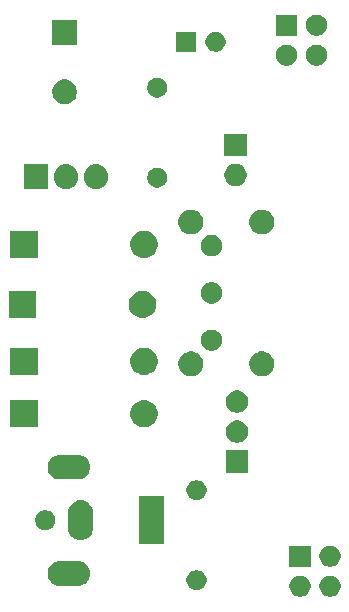
<source format=gbs>
G04 #@! TF.GenerationSoftware,KiCad,Pcbnew,(5.1.5)-3*
G04 #@! TF.CreationDate,2020-11-06T17:50:15+03:00*
G04 #@! TF.ProjectId,P_supply,505f7375-7070-46c7-992e-6b696361645f,rev?*
G04 #@! TF.SameCoordinates,Original*
G04 #@! TF.FileFunction,Soldermask,Bot*
G04 #@! TF.FilePolarity,Negative*
%FSLAX46Y46*%
G04 Gerber Fmt 4.6, Leading zero omitted, Abs format (unit mm)*
G04 Created by KiCad (PCBNEW (5.1.5)-3) date 2020-11-06 17:50:15*
%MOMM*%
%LPD*%
G04 APERTURE LIST*
%ADD10C,0.100000*%
G04 APERTURE END LIST*
D10*
G36*
X106666512Y-101211927D02*
G01*
X106815812Y-101241624D01*
X106979784Y-101309544D01*
X107127354Y-101408147D01*
X107252853Y-101533646D01*
X107351456Y-101681216D01*
X107419376Y-101845188D01*
X107454000Y-102019259D01*
X107454000Y-102196741D01*
X107419376Y-102370812D01*
X107351456Y-102534784D01*
X107252853Y-102682354D01*
X107127354Y-102807853D01*
X106979784Y-102906456D01*
X106815812Y-102974376D01*
X106666512Y-103004073D01*
X106641742Y-103009000D01*
X106464258Y-103009000D01*
X106439488Y-103004073D01*
X106290188Y-102974376D01*
X106126216Y-102906456D01*
X105978646Y-102807853D01*
X105853147Y-102682354D01*
X105754544Y-102534784D01*
X105686624Y-102370812D01*
X105652000Y-102196741D01*
X105652000Y-102019259D01*
X105686624Y-101845188D01*
X105754544Y-101681216D01*
X105853147Y-101533646D01*
X105978646Y-101408147D01*
X106126216Y-101309544D01*
X106290188Y-101241624D01*
X106439488Y-101211927D01*
X106464258Y-101207000D01*
X106641742Y-101207000D01*
X106666512Y-101211927D01*
G37*
G36*
X104126512Y-101211927D02*
G01*
X104275812Y-101241624D01*
X104439784Y-101309544D01*
X104587354Y-101408147D01*
X104712853Y-101533646D01*
X104811456Y-101681216D01*
X104879376Y-101845188D01*
X104914000Y-102019259D01*
X104914000Y-102196741D01*
X104879376Y-102370812D01*
X104811456Y-102534784D01*
X104712853Y-102682354D01*
X104587354Y-102807853D01*
X104439784Y-102906456D01*
X104275812Y-102974376D01*
X104126512Y-103004073D01*
X104101742Y-103009000D01*
X103924258Y-103009000D01*
X103899488Y-103004073D01*
X103750188Y-102974376D01*
X103586216Y-102906456D01*
X103438646Y-102807853D01*
X103313147Y-102682354D01*
X103214544Y-102534784D01*
X103146624Y-102370812D01*
X103112000Y-102196741D01*
X103112000Y-102019259D01*
X103146624Y-101845188D01*
X103214544Y-101681216D01*
X103313147Y-101533646D01*
X103438646Y-101408147D01*
X103586216Y-101309544D01*
X103750188Y-101241624D01*
X103899488Y-101211927D01*
X103924258Y-101207000D01*
X104101742Y-101207000D01*
X104126512Y-101211927D01*
G37*
G36*
X95498228Y-100781703D02*
G01*
X95653100Y-100845853D01*
X95792481Y-100938985D01*
X95911015Y-101057519D01*
X96004147Y-101196900D01*
X96068297Y-101351772D01*
X96101000Y-101516184D01*
X96101000Y-101683816D01*
X96068297Y-101848228D01*
X96004147Y-102003100D01*
X95911015Y-102142481D01*
X95792481Y-102261015D01*
X95653100Y-102354147D01*
X95498228Y-102418297D01*
X95333816Y-102451000D01*
X95166184Y-102451000D01*
X95001772Y-102418297D01*
X94846900Y-102354147D01*
X94707519Y-102261015D01*
X94588985Y-102142481D01*
X94495853Y-102003100D01*
X94431703Y-101848228D01*
X94399000Y-101683816D01*
X94399000Y-101516184D01*
X94431703Y-101351772D01*
X94495853Y-101196900D01*
X94588985Y-101057519D01*
X94707519Y-100938985D01*
X94846900Y-100845853D01*
X95001772Y-100781703D01*
X95166184Y-100749000D01*
X95333816Y-100749000D01*
X95498228Y-100781703D01*
G37*
G36*
X85293097Y-99974069D02*
G01*
X85396032Y-99984207D01*
X85594146Y-100044305D01*
X85594149Y-100044306D01*
X85690975Y-100096061D01*
X85776729Y-100141897D01*
X85936765Y-100273235D01*
X86068103Y-100433271D01*
X86087200Y-100469000D01*
X86165694Y-100615851D01*
X86165695Y-100615854D01*
X86225793Y-100813968D01*
X86246085Y-101020000D01*
X86225793Y-101226032D01*
X86170548Y-101408147D01*
X86165694Y-101424149D01*
X86116500Y-101516184D01*
X86068103Y-101606729D01*
X85936765Y-101766765D01*
X85776729Y-101898103D01*
X85690975Y-101943939D01*
X85594149Y-101995694D01*
X85594146Y-101995695D01*
X85396032Y-102055793D01*
X85293097Y-102065931D01*
X85241631Y-102071000D01*
X83638369Y-102071000D01*
X83586903Y-102065931D01*
X83483968Y-102055793D01*
X83285854Y-101995695D01*
X83285851Y-101995694D01*
X83189025Y-101943939D01*
X83103271Y-101898103D01*
X82943235Y-101766765D01*
X82811897Y-101606729D01*
X82763500Y-101516184D01*
X82714306Y-101424149D01*
X82709452Y-101408147D01*
X82654207Y-101226032D01*
X82633915Y-101020000D01*
X82654207Y-100813968D01*
X82714305Y-100615854D01*
X82714306Y-100615851D01*
X82792800Y-100469000D01*
X82811897Y-100433271D01*
X82943235Y-100273235D01*
X83103271Y-100141897D01*
X83189025Y-100096061D01*
X83285851Y-100044306D01*
X83285854Y-100044305D01*
X83483968Y-99984207D01*
X83586903Y-99974069D01*
X83638369Y-99969000D01*
X85241631Y-99969000D01*
X85293097Y-99974069D01*
G37*
G36*
X106666512Y-98671927D02*
G01*
X106815812Y-98701624D01*
X106979784Y-98769544D01*
X107127354Y-98868147D01*
X107252853Y-98993646D01*
X107351456Y-99141216D01*
X107419376Y-99305188D01*
X107454000Y-99479259D01*
X107454000Y-99656741D01*
X107419376Y-99830812D01*
X107351456Y-99994784D01*
X107252853Y-100142354D01*
X107127354Y-100267853D01*
X106979784Y-100366456D01*
X106815812Y-100434376D01*
X106666512Y-100464073D01*
X106641742Y-100469000D01*
X106464258Y-100469000D01*
X106439488Y-100464073D01*
X106290188Y-100434376D01*
X106126216Y-100366456D01*
X105978646Y-100267853D01*
X105853147Y-100142354D01*
X105754544Y-99994784D01*
X105686624Y-99830812D01*
X105652000Y-99656741D01*
X105652000Y-99479259D01*
X105686624Y-99305188D01*
X105754544Y-99141216D01*
X105853147Y-98993646D01*
X105978646Y-98868147D01*
X106126216Y-98769544D01*
X106290188Y-98701624D01*
X106439488Y-98671927D01*
X106464258Y-98667000D01*
X106641742Y-98667000D01*
X106666512Y-98671927D01*
G37*
G36*
X104914000Y-100469000D02*
G01*
X103112000Y-100469000D01*
X103112000Y-98667000D01*
X104914000Y-98667000D01*
X104914000Y-100469000D01*
G37*
G36*
X92491000Y-98571000D02*
G01*
X90389000Y-98571000D01*
X90389000Y-94469000D01*
X92491000Y-94469000D01*
X92491000Y-98571000D01*
G37*
G36*
X85646032Y-94834207D02*
G01*
X85844146Y-94894305D01*
X85844149Y-94894306D01*
X85940975Y-94946061D01*
X86026729Y-94991897D01*
X86186765Y-95123235D01*
X86318103Y-95283271D01*
X86363939Y-95369025D01*
X86415694Y-95465851D01*
X86415695Y-95465854D01*
X86475793Y-95663968D01*
X86491000Y-95818370D01*
X86491000Y-97221630D01*
X86475793Y-97376032D01*
X86415695Y-97574145D01*
X86415694Y-97574149D01*
X86363939Y-97670975D01*
X86318103Y-97756729D01*
X86186765Y-97916765D01*
X86026729Y-98048103D01*
X85910030Y-98110479D01*
X85844148Y-98145694D01*
X85844145Y-98145695D01*
X85646031Y-98205793D01*
X85440000Y-98226085D01*
X85233968Y-98205793D01*
X85035854Y-98145695D01*
X85035851Y-98145694D01*
X84939025Y-98093939D01*
X84853271Y-98048103D01*
X84693235Y-97916765D01*
X84561897Y-97756729D01*
X84464307Y-97574149D01*
X84464306Y-97574148D01*
X84464305Y-97574145D01*
X84404207Y-97376031D01*
X84389000Y-97221629D01*
X84389000Y-95818369D01*
X84404207Y-95663970D01*
X84464305Y-95465853D01*
X84539184Y-95325766D01*
X84561898Y-95283271D01*
X84693236Y-95123235D01*
X84853272Y-94991897D01*
X84939026Y-94946061D01*
X85035852Y-94894306D01*
X85035855Y-94894305D01*
X85233969Y-94834207D01*
X85440000Y-94813915D01*
X85646032Y-94834207D01*
G37*
G36*
X82688228Y-95701703D02*
G01*
X82843100Y-95765853D01*
X82982481Y-95858985D01*
X83101015Y-95977519D01*
X83194147Y-96116900D01*
X83258297Y-96271772D01*
X83291000Y-96436184D01*
X83291000Y-96603816D01*
X83258297Y-96768228D01*
X83194147Y-96923100D01*
X83101015Y-97062481D01*
X82982481Y-97181015D01*
X82843100Y-97274147D01*
X82688228Y-97338297D01*
X82523816Y-97371000D01*
X82356184Y-97371000D01*
X82191772Y-97338297D01*
X82036900Y-97274147D01*
X81897519Y-97181015D01*
X81778985Y-97062481D01*
X81685853Y-96923100D01*
X81621703Y-96768228D01*
X81589000Y-96603816D01*
X81589000Y-96436184D01*
X81621703Y-96271772D01*
X81685853Y-96116900D01*
X81778985Y-95977519D01*
X81897519Y-95858985D01*
X82036900Y-95765853D01*
X82191772Y-95701703D01*
X82356184Y-95669000D01*
X82523816Y-95669000D01*
X82688228Y-95701703D01*
G37*
G36*
X95498228Y-93161703D02*
G01*
X95653100Y-93225853D01*
X95792481Y-93318985D01*
X95911015Y-93437519D01*
X96004147Y-93576900D01*
X96068297Y-93731772D01*
X96101000Y-93896184D01*
X96101000Y-94063816D01*
X96068297Y-94228228D01*
X96004147Y-94383100D01*
X95911015Y-94522481D01*
X95792481Y-94641015D01*
X95653100Y-94734147D01*
X95498228Y-94798297D01*
X95333816Y-94831000D01*
X95166184Y-94831000D01*
X95001772Y-94798297D01*
X94846900Y-94734147D01*
X94707519Y-94641015D01*
X94588985Y-94522481D01*
X94495853Y-94383100D01*
X94431703Y-94228228D01*
X94399000Y-94063816D01*
X94399000Y-93896184D01*
X94431703Y-93731772D01*
X94495853Y-93576900D01*
X94588985Y-93437519D01*
X94707519Y-93318985D01*
X94846900Y-93225853D01*
X95001772Y-93161703D01*
X95166184Y-93129000D01*
X95333816Y-93129000D01*
X95498228Y-93161703D01*
G37*
G36*
X85293097Y-90974069D02*
G01*
X85396032Y-90984207D01*
X85594146Y-91044305D01*
X85594149Y-91044306D01*
X85690975Y-91096061D01*
X85776729Y-91141897D01*
X85936765Y-91273235D01*
X86068103Y-91433271D01*
X86113939Y-91519025D01*
X86165694Y-91615851D01*
X86165695Y-91615854D01*
X86225793Y-91813968D01*
X86246085Y-92020000D01*
X86225793Y-92226032D01*
X86165695Y-92424146D01*
X86165694Y-92424149D01*
X86115529Y-92518000D01*
X86068103Y-92606729D01*
X85936765Y-92766765D01*
X85776729Y-92898103D01*
X85690975Y-92943939D01*
X85594149Y-92995694D01*
X85594146Y-92995695D01*
X85396032Y-93055793D01*
X85293097Y-93065931D01*
X85241631Y-93071000D01*
X83638369Y-93071000D01*
X83586903Y-93065931D01*
X83483968Y-93055793D01*
X83285854Y-92995695D01*
X83285851Y-92995694D01*
X83189025Y-92943939D01*
X83103271Y-92898103D01*
X82943235Y-92766765D01*
X82811897Y-92606729D01*
X82764471Y-92518000D01*
X82714306Y-92424149D01*
X82714305Y-92424146D01*
X82654207Y-92226032D01*
X82633915Y-92020000D01*
X82654207Y-91813968D01*
X82714305Y-91615854D01*
X82714306Y-91615851D01*
X82766061Y-91519025D01*
X82811897Y-91433271D01*
X82943235Y-91273235D01*
X83103271Y-91141897D01*
X83189025Y-91096061D01*
X83285851Y-91044306D01*
X83285854Y-91044305D01*
X83483968Y-90984207D01*
X83586903Y-90974069D01*
X83638369Y-90969000D01*
X85241631Y-90969000D01*
X85293097Y-90974069D01*
G37*
G36*
X99630000Y-92518000D02*
G01*
X97728000Y-92518000D01*
X97728000Y-90616000D01*
X99630000Y-90616000D01*
X99630000Y-92518000D01*
G37*
G36*
X98956395Y-88112546D02*
G01*
X99129466Y-88184234D01*
X99129467Y-88184235D01*
X99285227Y-88288310D01*
X99417690Y-88420773D01*
X99417691Y-88420775D01*
X99521766Y-88576534D01*
X99593454Y-88749605D01*
X99630000Y-88933333D01*
X99630000Y-89120667D01*
X99593454Y-89304395D01*
X99521766Y-89477466D01*
X99521765Y-89477467D01*
X99417690Y-89633227D01*
X99285227Y-89765690D01*
X99206818Y-89818081D01*
X99129466Y-89869766D01*
X98956395Y-89941454D01*
X98772667Y-89978000D01*
X98585333Y-89978000D01*
X98401605Y-89941454D01*
X98228534Y-89869766D01*
X98151182Y-89818081D01*
X98072773Y-89765690D01*
X97940310Y-89633227D01*
X97836235Y-89477467D01*
X97836234Y-89477466D01*
X97764546Y-89304395D01*
X97728000Y-89120667D01*
X97728000Y-88933333D01*
X97764546Y-88749605D01*
X97836234Y-88576534D01*
X97940309Y-88420775D01*
X97940310Y-88420773D01*
X98072773Y-88288310D01*
X98228533Y-88184235D01*
X98228534Y-88184234D01*
X98401605Y-88112546D01*
X98585333Y-88076000D01*
X98772667Y-88076000D01*
X98956395Y-88112546D01*
G37*
G36*
X91029549Y-86374116D02*
G01*
X91140734Y-86396232D01*
X91350203Y-86482997D01*
X91538720Y-86608960D01*
X91699040Y-86769280D01*
X91825003Y-86957797D01*
X91911768Y-87167266D01*
X91956000Y-87389636D01*
X91956000Y-87616364D01*
X91911768Y-87838734D01*
X91825003Y-88048203D01*
X91699040Y-88236720D01*
X91538720Y-88397040D01*
X91350203Y-88523003D01*
X91140734Y-88609768D01*
X91029549Y-88631884D01*
X90918365Y-88654000D01*
X90691635Y-88654000D01*
X90580451Y-88631884D01*
X90469266Y-88609768D01*
X90259797Y-88523003D01*
X90071280Y-88397040D01*
X89910960Y-88236720D01*
X89784997Y-88048203D01*
X89698232Y-87838734D01*
X89654000Y-87616364D01*
X89654000Y-87389636D01*
X89698232Y-87167266D01*
X89784997Y-86957797D01*
X89910960Y-86769280D01*
X90071280Y-86608960D01*
X90259797Y-86482997D01*
X90469266Y-86396232D01*
X90580451Y-86374116D01*
X90691635Y-86352000D01*
X90918365Y-86352000D01*
X91029549Y-86374116D01*
G37*
G36*
X81796000Y-88654000D02*
G01*
X79494000Y-88654000D01*
X79494000Y-86352000D01*
X81796000Y-86352000D01*
X81796000Y-88654000D01*
G37*
G36*
X98956395Y-85572546D02*
G01*
X99129466Y-85644234D01*
X99129467Y-85644235D01*
X99285227Y-85748310D01*
X99417690Y-85880773D01*
X99417691Y-85880775D01*
X99521766Y-86036534D01*
X99593454Y-86209605D01*
X99630000Y-86393333D01*
X99630000Y-86580667D01*
X99593454Y-86764395D01*
X99521766Y-86937466D01*
X99521765Y-86937467D01*
X99417690Y-87093227D01*
X99285227Y-87225690D01*
X99206818Y-87278081D01*
X99129466Y-87329766D01*
X98956395Y-87401454D01*
X98772667Y-87438000D01*
X98585333Y-87438000D01*
X98401605Y-87401454D01*
X98228534Y-87329766D01*
X98151182Y-87278081D01*
X98072773Y-87225690D01*
X97940310Y-87093227D01*
X97836235Y-86937467D01*
X97836234Y-86937466D01*
X97764546Y-86764395D01*
X97728000Y-86580667D01*
X97728000Y-86393333D01*
X97764546Y-86209605D01*
X97836234Y-86036534D01*
X97940309Y-85880775D01*
X97940310Y-85880773D01*
X98072773Y-85748310D01*
X98228533Y-85644235D01*
X98228534Y-85644234D01*
X98401605Y-85572546D01*
X98585333Y-85536000D01*
X98772667Y-85536000D01*
X98956395Y-85572546D01*
G37*
G36*
X95076564Y-82269389D02*
G01*
X95209085Y-82324281D01*
X95267835Y-82348616D01*
X95439973Y-82463635D01*
X95586365Y-82610027D01*
X95701385Y-82782167D01*
X95780611Y-82973436D01*
X95821000Y-83176484D01*
X95821000Y-83383516D01*
X95780611Y-83586564D01*
X95701385Y-83777833D01*
X95701384Y-83777835D01*
X95586365Y-83949973D01*
X95439973Y-84096365D01*
X95267835Y-84211384D01*
X95267834Y-84211385D01*
X95267833Y-84211385D01*
X95076564Y-84290611D01*
X94873516Y-84331000D01*
X94666484Y-84331000D01*
X94463436Y-84290611D01*
X94272167Y-84211385D01*
X94272166Y-84211385D01*
X94272165Y-84211384D01*
X94100027Y-84096365D01*
X93953635Y-83949973D01*
X93838616Y-83777835D01*
X93838615Y-83777833D01*
X93759389Y-83586564D01*
X93719000Y-83383516D01*
X93719000Y-83176484D01*
X93759389Y-82973436D01*
X93838615Y-82782167D01*
X93953635Y-82610027D01*
X94100027Y-82463635D01*
X94272165Y-82348616D01*
X94330915Y-82324281D01*
X94463436Y-82269389D01*
X94666484Y-82229000D01*
X94873516Y-82229000D01*
X95076564Y-82269389D01*
G37*
G36*
X101076564Y-82269389D02*
G01*
X101209085Y-82324281D01*
X101267835Y-82348616D01*
X101439973Y-82463635D01*
X101586365Y-82610027D01*
X101701385Y-82782167D01*
X101780611Y-82973436D01*
X101821000Y-83176484D01*
X101821000Y-83383516D01*
X101780611Y-83586564D01*
X101701385Y-83777833D01*
X101701384Y-83777835D01*
X101586365Y-83949973D01*
X101439973Y-84096365D01*
X101267835Y-84211384D01*
X101267834Y-84211385D01*
X101267833Y-84211385D01*
X101076564Y-84290611D01*
X100873516Y-84331000D01*
X100666484Y-84331000D01*
X100463436Y-84290611D01*
X100272167Y-84211385D01*
X100272166Y-84211385D01*
X100272165Y-84211384D01*
X100100027Y-84096365D01*
X99953635Y-83949973D01*
X99838616Y-83777835D01*
X99838615Y-83777833D01*
X99759389Y-83586564D01*
X99719000Y-83383516D01*
X99719000Y-83176484D01*
X99759389Y-82973436D01*
X99838615Y-82782167D01*
X99953635Y-82610027D01*
X100100027Y-82463635D01*
X100272165Y-82348616D01*
X100330915Y-82324281D01*
X100463436Y-82269389D01*
X100666484Y-82229000D01*
X100873516Y-82229000D01*
X101076564Y-82269389D01*
G37*
G36*
X91029549Y-81929116D02*
G01*
X91140734Y-81951232D01*
X91350203Y-82037997D01*
X91538720Y-82163960D01*
X91699040Y-82324280D01*
X91825003Y-82512797D01*
X91911768Y-82722266D01*
X91956000Y-82944636D01*
X91956000Y-83171364D01*
X91911768Y-83393734D01*
X91825003Y-83603203D01*
X91699040Y-83791720D01*
X91538720Y-83952040D01*
X91350203Y-84078003D01*
X91140734Y-84164768D01*
X91029549Y-84186884D01*
X90918365Y-84209000D01*
X90691635Y-84209000D01*
X90580451Y-84186884D01*
X90469266Y-84164768D01*
X90259797Y-84078003D01*
X90071280Y-83952040D01*
X89910960Y-83791720D01*
X89784997Y-83603203D01*
X89698232Y-83393734D01*
X89654000Y-83171364D01*
X89654000Y-82944636D01*
X89698232Y-82722266D01*
X89784997Y-82512797D01*
X89910960Y-82324280D01*
X90071280Y-82163960D01*
X90259797Y-82037997D01*
X90469266Y-81951232D01*
X90580451Y-81929116D01*
X90691635Y-81907000D01*
X90918365Y-81907000D01*
X91029549Y-81929116D01*
G37*
G36*
X81796000Y-84209000D02*
G01*
X79494000Y-84209000D01*
X79494000Y-81907000D01*
X81796000Y-81907000D01*
X81796000Y-84209000D01*
G37*
G36*
X96633512Y-80383927D02*
G01*
X96782812Y-80413624D01*
X96946784Y-80481544D01*
X97094354Y-80580147D01*
X97219853Y-80705646D01*
X97318456Y-80853216D01*
X97386376Y-81017188D01*
X97421000Y-81191259D01*
X97421000Y-81368741D01*
X97386376Y-81542812D01*
X97318456Y-81706784D01*
X97219853Y-81854354D01*
X97094354Y-81979853D01*
X96946784Y-82078456D01*
X96782812Y-82146376D01*
X96633512Y-82176073D01*
X96608742Y-82181000D01*
X96431258Y-82181000D01*
X96406488Y-82176073D01*
X96257188Y-82146376D01*
X96093216Y-82078456D01*
X95945646Y-81979853D01*
X95820147Y-81854354D01*
X95721544Y-81706784D01*
X95653624Y-81542812D01*
X95619000Y-81368741D01*
X95619000Y-81191259D01*
X95653624Y-81017188D01*
X95721544Y-80853216D01*
X95820147Y-80705646D01*
X95945646Y-80580147D01*
X96093216Y-80481544D01*
X96257188Y-80413624D01*
X96406488Y-80383927D01*
X96431258Y-80379000D01*
X96608742Y-80379000D01*
X96633512Y-80383927D01*
G37*
G36*
X81669000Y-79383000D02*
G01*
X79367000Y-79383000D01*
X79367000Y-77081000D01*
X81669000Y-77081000D01*
X81669000Y-79383000D01*
G37*
G36*
X90902549Y-77103116D02*
G01*
X91013734Y-77125232D01*
X91223203Y-77211997D01*
X91411720Y-77337960D01*
X91572040Y-77498280D01*
X91698003Y-77686797D01*
X91784768Y-77896266D01*
X91829000Y-78118636D01*
X91829000Y-78345364D01*
X91784768Y-78567734D01*
X91698003Y-78777203D01*
X91572040Y-78965720D01*
X91411720Y-79126040D01*
X91223203Y-79252003D01*
X91013734Y-79338768D01*
X90902549Y-79360884D01*
X90791365Y-79383000D01*
X90564635Y-79383000D01*
X90453451Y-79360884D01*
X90342266Y-79338768D01*
X90132797Y-79252003D01*
X89944280Y-79126040D01*
X89783960Y-78965720D01*
X89657997Y-78777203D01*
X89571232Y-78567734D01*
X89527000Y-78345364D01*
X89527000Y-78118636D01*
X89571232Y-77896266D01*
X89657997Y-77686797D01*
X89783960Y-77498280D01*
X89944280Y-77337960D01*
X90132797Y-77211997D01*
X90342266Y-77125232D01*
X90453451Y-77103116D01*
X90564635Y-77081000D01*
X90791365Y-77081000D01*
X90902549Y-77103116D01*
G37*
G36*
X96633512Y-76383927D02*
G01*
X96782812Y-76413624D01*
X96946784Y-76481544D01*
X97094354Y-76580147D01*
X97219853Y-76705646D01*
X97318456Y-76853216D01*
X97386376Y-77017188D01*
X97421000Y-77191259D01*
X97421000Y-77368741D01*
X97386376Y-77542812D01*
X97318456Y-77706784D01*
X97219853Y-77854354D01*
X97094354Y-77979853D01*
X96946784Y-78078456D01*
X96782812Y-78146376D01*
X96633512Y-78176073D01*
X96608742Y-78181000D01*
X96431258Y-78181000D01*
X96406488Y-78176073D01*
X96257188Y-78146376D01*
X96093216Y-78078456D01*
X95945646Y-77979853D01*
X95820147Y-77854354D01*
X95721544Y-77706784D01*
X95653624Y-77542812D01*
X95619000Y-77368741D01*
X95619000Y-77191259D01*
X95653624Y-77017188D01*
X95721544Y-76853216D01*
X95820147Y-76705646D01*
X95945646Y-76580147D01*
X96093216Y-76481544D01*
X96257188Y-76413624D01*
X96406488Y-76383927D01*
X96431258Y-76379000D01*
X96608742Y-76379000D01*
X96633512Y-76383927D01*
G37*
G36*
X81796000Y-74303000D02*
G01*
X79494000Y-74303000D01*
X79494000Y-72001000D01*
X81796000Y-72001000D01*
X81796000Y-74303000D01*
G37*
G36*
X91029549Y-72023116D02*
G01*
X91140734Y-72045232D01*
X91350203Y-72131997D01*
X91538720Y-72257960D01*
X91699040Y-72418280D01*
X91825003Y-72606797D01*
X91911768Y-72816266D01*
X91956000Y-73038636D01*
X91956000Y-73265364D01*
X91911768Y-73487734D01*
X91825003Y-73697203D01*
X91699040Y-73885720D01*
X91538720Y-74046040D01*
X91350203Y-74172003D01*
X91350202Y-74172004D01*
X91350201Y-74172004D01*
X91288850Y-74197416D01*
X91140734Y-74258768D01*
X91029549Y-74280884D01*
X90918365Y-74303000D01*
X90691635Y-74303000D01*
X90580451Y-74280884D01*
X90469266Y-74258768D01*
X90321150Y-74197416D01*
X90259799Y-74172004D01*
X90259798Y-74172004D01*
X90259797Y-74172003D01*
X90071280Y-74046040D01*
X89910960Y-73885720D01*
X89784997Y-73697203D01*
X89698232Y-73487734D01*
X89654000Y-73265364D01*
X89654000Y-73038636D01*
X89698232Y-72816266D01*
X89784997Y-72606797D01*
X89910960Y-72418280D01*
X90071280Y-72257960D01*
X90259797Y-72131997D01*
X90469266Y-72045232D01*
X90580451Y-72023116D01*
X90691635Y-72001000D01*
X90918365Y-72001000D01*
X91029549Y-72023116D01*
G37*
G36*
X96633512Y-72383927D02*
G01*
X96782812Y-72413624D01*
X96946784Y-72481544D01*
X97094354Y-72580147D01*
X97219853Y-72705646D01*
X97318456Y-72853216D01*
X97386376Y-73017188D01*
X97421000Y-73191259D01*
X97421000Y-73368741D01*
X97386376Y-73542812D01*
X97318456Y-73706784D01*
X97219853Y-73854354D01*
X97094354Y-73979853D01*
X96946784Y-74078456D01*
X96782812Y-74146376D01*
X96633512Y-74176073D01*
X96608742Y-74181000D01*
X96431258Y-74181000D01*
X96406488Y-74176073D01*
X96257188Y-74146376D01*
X96093216Y-74078456D01*
X95945646Y-73979853D01*
X95820147Y-73854354D01*
X95721544Y-73706784D01*
X95653624Y-73542812D01*
X95619000Y-73368741D01*
X95619000Y-73191259D01*
X95653624Y-73017188D01*
X95721544Y-72853216D01*
X95820147Y-72705646D01*
X95945646Y-72580147D01*
X96093216Y-72481544D01*
X96257188Y-72413624D01*
X96406488Y-72383927D01*
X96431258Y-72379000D01*
X96608742Y-72379000D01*
X96633512Y-72383927D01*
G37*
G36*
X95076564Y-70269389D02*
G01*
X95267833Y-70348615D01*
X95267835Y-70348616D01*
X95439973Y-70463635D01*
X95586365Y-70610027D01*
X95701385Y-70782167D01*
X95780611Y-70973436D01*
X95821000Y-71176484D01*
X95821000Y-71383516D01*
X95780611Y-71586564D01*
X95701385Y-71777833D01*
X95701384Y-71777835D01*
X95586365Y-71949973D01*
X95439973Y-72096365D01*
X95267835Y-72211384D01*
X95267834Y-72211385D01*
X95267833Y-72211385D01*
X95076564Y-72290611D01*
X94873516Y-72331000D01*
X94666484Y-72331000D01*
X94463436Y-72290611D01*
X94272167Y-72211385D01*
X94272166Y-72211385D01*
X94272165Y-72211384D01*
X94100027Y-72096365D01*
X93953635Y-71949973D01*
X93838616Y-71777835D01*
X93838615Y-71777833D01*
X93759389Y-71586564D01*
X93719000Y-71383516D01*
X93719000Y-71176484D01*
X93759389Y-70973436D01*
X93838615Y-70782167D01*
X93953635Y-70610027D01*
X94100027Y-70463635D01*
X94272165Y-70348616D01*
X94272167Y-70348615D01*
X94463436Y-70269389D01*
X94666484Y-70229000D01*
X94873516Y-70229000D01*
X95076564Y-70269389D01*
G37*
G36*
X101076564Y-70269389D02*
G01*
X101267833Y-70348615D01*
X101267835Y-70348616D01*
X101439973Y-70463635D01*
X101586365Y-70610027D01*
X101701385Y-70782167D01*
X101780611Y-70973436D01*
X101821000Y-71176484D01*
X101821000Y-71383516D01*
X101780611Y-71586564D01*
X101701385Y-71777833D01*
X101701384Y-71777835D01*
X101586365Y-71949973D01*
X101439973Y-72096365D01*
X101267835Y-72211384D01*
X101267834Y-72211385D01*
X101267833Y-72211385D01*
X101076564Y-72290611D01*
X100873516Y-72331000D01*
X100666484Y-72331000D01*
X100463436Y-72290611D01*
X100272167Y-72211385D01*
X100272166Y-72211385D01*
X100272165Y-72211384D01*
X100100027Y-72096365D01*
X99953635Y-71949973D01*
X99838616Y-71777835D01*
X99838615Y-71777833D01*
X99759389Y-71586564D01*
X99719000Y-71383516D01*
X99719000Y-71176484D01*
X99759389Y-70973436D01*
X99838615Y-70782167D01*
X99953635Y-70610027D01*
X100100027Y-70463635D01*
X100272165Y-70348616D01*
X100272167Y-70348615D01*
X100463436Y-70269389D01*
X100666484Y-70229000D01*
X100873516Y-70229000D01*
X101076564Y-70269389D01*
G37*
G36*
X84397719Y-66400520D02*
G01*
X84586880Y-66457901D01*
X84586883Y-66457902D01*
X84679333Y-66507318D01*
X84761212Y-66551083D01*
X84914015Y-66676485D01*
X85039417Y-66829288D01*
X85132599Y-67003619D01*
X85189980Y-67192780D01*
X85204500Y-67340206D01*
X85204500Y-67533793D01*
X85189980Y-67681219D01*
X85132599Y-67870380D01*
X85132598Y-67870383D01*
X85083182Y-67962833D01*
X85039417Y-68044712D01*
X84914015Y-68197515D01*
X84761212Y-68322917D01*
X84586881Y-68416099D01*
X84397720Y-68473480D01*
X84201000Y-68492855D01*
X84004281Y-68473480D01*
X83815120Y-68416099D01*
X83640788Y-68322917D01*
X83487985Y-68197515D01*
X83362583Y-68044712D01*
X83269401Y-67870381D01*
X83212020Y-67681220D01*
X83197500Y-67533794D01*
X83197500Y-67340207D01*
X83212020Y-67192781D01*
X83269401Y-67003620D01*
X83269402Y-67003617D01*
X83318818Y-66911167D01*
X83362583Y-66829288D01*
X83487985Y-66676485D01*
X83640788Y-66551083D01*
X83815119Y-66457901D01*
X84004280Y-66400520D01*
X84201000Y-66381145D01*
X84397719Y-66400520D01*
G37*
G36*
X86937719Y-66400520D02*
G01*
X87126880Y-66457901D01*
X87126883Y-66457902D01*
X87219333Y-66507318D01*
X87301212Y-66551083D01*
X87454015Y-66676485D01*
X87579417Y-66829288D01*
X87672599Y-67003619D01*
X87729980Y-67192780D01*
X87744500Y-67340206D01*
X87744500Y-67533793D01*
X87729980Y-67681219D01*
X87672599Y-67870380D01*
X87672598Y-67870383D01*
X87623182Y-67962833D01*
X87579417Y-68044712D01*
X87454015Y-68197515D01*
X87301212Y-68322917D01*
X87126881Y-68416099D01*
X86937720Y-68473480D01*
X86741000Y-68492855D01*
X86544281Y-68473480D01*
X86355120Y-68416099D01*
X86180788Y-68322917D01*
X86027985Y-68197515D01*
X85902583Y-68044712D01*
X85809401Y-67870381D01*
X85752020Y-67681220D01*
X85737500Y-67533794D01*
X85737500Y-67340207D01*
X85752020Y-67192781D01*
X85809401Y-67003620D01*
X85809402Y-67003617D01*
X85858818Y-66911167D01*
X85902583Y-66829288D01*
X86027985Y-66676485D01*
X86180788Y-66551083D01*
X86355119Y-66457901D01*
X86544280Y-66400520D01*
X86741000Y-66381145D01*
X86937719Y-66400520D01*
G37*
G36*
X82664500Y-68488000D02*
G01*
X80657500Y-68488000D01*
X80657500Y-66386000D01*
X82664500Y-66386000D01*
X82664500Y-68488000D01*
G37*
G36*
X92170828Y-66694903D02*
G01*
X92325700Y-66759053D01*
X92465081Y-66852185D01*
X92583615Y-66970719D01*
X92676747Y-67110100D01*
X92740897Y-67264972D01*
X92773600Y-67429384D01*
X92773600Y-67597016D01*
X92740897Y-67761428D01*
X92676747Y-67916300D01*
X92583615Y-68055681D01*
X92465081Y-68174215D01*
X92325700Y-68267347D01*
X92170828Y-68331497D01*
X92006416Y-68364200D01*
X91838784Y-68364200D01*
X91674372Y-68331497D01*
X91519500Y-68267347D01*
X91380119Y-68174215D01*
X91261585Y-68055681D01*
X91168453Y-67916300D01*
X91104303Y-67761428D01*
X91071600Y-67597016D01*
X91071600Y-67429384D01*
X91104303Y-67264972D01*
X91168453Y-67110100D01*
X91261585Y-66970719D01*
X91380119Y-66852185D01*
X91519500Y-66759053D01*
X91674372Y-66694903D01*
X91838784Y-66662200D01*
X92006416Y-66662200D01*
X92170828Y-66694903D01*
G37*
G36*
X98829395Y-66395546D02*
G01*
X99002466Y-66467234D01*
X99002467Y-66467235D01*
X99158227Y-66571310D01*
X99290690Y-66703773D01*
X99290691Y-66703775D01*
X99394766Y-66859534D01*
X99466454Y-67032605D01*
X99503000Y-67216333D01*
X99503000Y-67403667D01*
X99466454Y-67587395D01*
X99394766Y-67760466D01*
X99343081Y-67837818D01*
X99290690Y-67916227D01*
X99158227Y-68048690D01*
X99147764Y-68055681D01*
X99002466Y-68152766D01*
X98829395Y-68224454D01*
X98645667Y-68261000D01*
X98458333Y-68261000D01*
X98274605Y-68224454D01*
X98101534Y-68152766D01*
X97956236Y-68055681D01*
X97945773Y-68048690D01*
X97813310Y-67916227D01*
X97760919Y-67837818D01*
X97709234Y-67760466D01*
X97637546Y-67587395D01*
X97601000Y-67403667D01*
X97601000Y-67216333D01*
X97637546Y-67032605D01*
X97709234Y-66859534D01*
X97813309Y-66703775D01*
X97813310Y-66703773D01*
X97945773Y-66571310D01*
X98101533Y-66467235D01*
X98101534Y-66467234D01*
X98274605Y-66395546D01*
X98458333Y-66359000D01*
X98645667Y-66359000D01*
X98829395Y-66395546D01*
G37*
G36*
X99503000Y-65721000D02*
G01*
X97601000Y-65721000D01*
X97601000Y-63819000D01*
X99503000Y-63819000D01*
X99503000Y-65721000D01*
G37*
G36*
X84380564Y-59234389D02*
G01*
X84571833Y-59313615D01*
X84571835Y-59313616D01*
X84627365Y-59350720D01*
X84743973Y-59428635D01*
X84890365Y-59575027D01*
X85005385Y-59747167D01*
X85084611Y-59938436D01*
X85125000Y-60141484D01*
X85125000Y-60348516D01*
X85084611Y-60551564D01*
X85018365Y-60711497D01*
X85005384Y-60742835D01*
X84890365Y-60914973D01*
X84743973Y-61061365D01*
X84571835Y-61176384D01*
X84571834Y-61176385D01*
X84571833Y-61176385D01*
X84380564Y-61255611D01*
X84177516Y-61296000D01*
X83970484Y-61296000D01*
X83767436Y-61255611D01*
X83576167Y-61176385D01*
X83576166Y-61176385D01*
X83576165Y-61176384D01*
X83404027Y-61061365D01*
X83257635Y-60914973D01*
X83142616Y-60742835D01*
X83129635Y-60711497D01*
X83063389Y-60551564D01*
X83023000Y-60348516D01*
X83023000Y-60141484D01*
X83063389Y-59938436D01*
X83142615Y-59747167D01*
X83257635Y-59575027D01*
X83404027Y-59428635D01*
X83520635Y-59350720D01*
X83576165Y-59313616D01*
X83576167Y-59313615D01*
X83767436Y-59234389D01*
X83970484Y-59194000D01*
X84177516Y-59194000D01*
X84380564Y-59234389D01*
G37*
G36*
X92170828Y-59074903D02*
G01*
X92325700Y-59139053D01*
X92465081Y-59232185D01*
X92583615Y-59350719D01*
X92676747Y-59490100D01*
X92740897Y-59644972D01*
X92773600Y-59809384D01*
X92773600Y-59977016D01*
X92740897Y-60141428D01*
X92676747Y-60296300D01*
X92583615Y-60435681D01*
X92465081Y-60554215D01*
X92325700Y-60647347D01*
X92170828Y-60711497D01*
X92006416Y-60744200D01*
X91838784Y-60744200D01*
X91674372Y-60711497D01*
X91519500Y-60647347D01*
X91380119Y-60554215D01*
X91261585Y-60435681D01*
X91168453Y-60296300D01*
X91104303Y-60141428D01*
X91071600Y-59977016D01*
X91071600Y-59809384D01*
X91104303Y-59644972D01*
X91168453Y-59490100D01*
X91261585Y-59350719D01*
X91380119Y-59232185D01*
X91519500Y-59139053D01*
X91674372Y-59074903D01*
X91838784Y-59042200D01*
X92006416Y-59042200D01*
X92170828Y-59074903D01*
G37*
G36*
X105523512Y-56253927D02*
G01*
X105672812Y-56283624D01*
X105836784Y-56351544D01*
X105984354Y-56450147D01*
X106109853Y-56575646D01*
X106208456Y-56723216D01*
X106276376Y-56887188D01*
X106311000Y-57061259D01*
X106311000Y-57238741D01*
X106276376Y-57412812D01*
X106208456Y-57576784D01*
X106109853Y-57724354D01*
X105984354Y-57849853D01*
X105836784Y-57948456D01*
X105672812Y-58016376D01*
X105523512Y-58046073D01*
X105498742Y-58051000D01*
X105321258Y-58051000D01*
X105296488Y-58046073D01*
X105147188Y-58016376D01*
X104983216Y-57948456D01*
X104835646Y-57849853D01*
X104710147Y-57724354D01*
X104611544Y-57576784D01*
X104543624Y-57412812D01*
X104509000Y-57238741D01*
X104509000Y-57061259D01*
X104543624Y-56887188D01*
X104611544Y-56723216D01*
X104710147Y-56575646D01*
X104835646Y-56450147D01*
X104983216Y-56351544D01*
X105147188Y-56283624D01*
X105296488Y-56253927D01*
X105321258Y-56249000D01*
X105498742Y-56249000D01*
X105523512Y-56253927D01*
G37*
G36*
X102983512Y-56253927D02*
G01*
X103132812Y-56283624D01*
X103296784Y-56351544D01*
X103444354Y-56450147D01*
X103569853Y-56575646D01*
X103668456Y-56723216D01*
X103736376Y-56887188D01*
X103771000Y-57061259D01*
X103771000Y-57238741D01*
X103736376Y-57412812D01*
X103668456Y-57576784D01*
X103569853Y-57724354D01*
X103444354Y-57849853D01*
X103296784Y-57948456D01*
X103132812Y-58016376D01*
X102983512Y-58046073D01*
X102958742Y-58051000D01*
X102781258Y-58051000D01*
X102756488Y-58046073D01*
X102607188Y-58016376D01*
X102443216Y-57948456D01*
X102295646Y-57849853D01*
X102170147Y-57724354D01*
X102071544Y-57576784D01*
X102003624Y-57412812D01*
X101969000Y-57238741D01*
X101969000Y-57061259D01*
X102003624Y-56887188D01*
X102071544Y-56723216D01*
X102170147Y-56575646D01*
X102295646Y-56450147D01*
X102443216Y-56351544D01*
X102607188Y-56283624D01*
X102756488Y-56253927D01*
X102781258Y-56249000D01*
X102958742Y-56249000D01*
X102983512Y-56253927D01*
G37*
G36*
X97109228Y-55188703D02*
G01*
X97264100Y-55252853D01*
X97403481Y-55345985D01*
X97522015Y-55464519D01*
X97615147Y-55603900D01*
X97679297Y-55758772D01*
X97712000Y-55923184D01*
X97712000Y-56090816D01*
X97679297Y-56255228D01*
X97615147Y-56410100D01*
X97522015Y-56549481D01*
X97403481Y-56668015D01*
X97264100Y-56761147D01*
X97109228Y-56825297D01*
X96944816Y-56858000D01*
X96777184Y-56858000D01*
X96612772Y-56825297D01*
X96457900Y-56761147D01*
X96318519Y-56668015D01*
X96199985Y-56549481D01*
X96106853Y-56410100D01*
X96042703Y-56255228D01*
X96010000Y-56090816D01*
X96010000Y-55923184D01*
X96042703Y-55758772D01*
X96106853Y-55603900D01*
X96199985Y-55464519D01*
X96318519Y-55345985D01*
X96457900Y-55252853D01*
X96612772Y-55188703D01*
X96777184Y-55156000D01*
X96944816Y-55156000D01*
X97109228Y-55188703D01*
G37*
G36*
X95212000Y-56858000D02*
G01*
X93510000Y-56858000D01*
X93510000Y-55156000D01*
X95212000Y-55156000D01*
X95212000Y-56858000D01*
G37*
G36*
X85125000Y-56296000D02*
G01*
X83023000Y-56296000D01*
X83023000Y-54194000D01*
X85125000Y-54194000D01*
X85125000Y-56296000D01*
G37*
G36*
X105523512Y-53713927D02*
G01*
X105672812Y-53743624D01*
X105836784Y-53811544D01*
X105984354Y-53910147D01*
X106109853Y-54035646D01*
X106208456Y-54183216D01*
X106276376Y-54347188D01*
X106311000Y-54521259D01*
X106311000Y-54698741D01*
X106276376Y-54872812D01*
X106208456Y-55036784D01*
X106109853Y-55184354D01*
X105984354Y-55309853D01*
X105836784Y-55408456D01*
X105672812Y-55476376D01*
X105523512Y-55506073D01*
X105498742Y-55511000D01*
X105321258Y-55511000D01*
X105296488Y-55506073D01*
X105147188Y-55476376D01*
X104983216Y-55408456D01*
X104835646Y-55309853D01*
X104710147Y-55184354D01*
X104611544Y-55036784D01*
X104543624Y-54872812D01*
X104509000Y-54698741D01*
X104509000Y-54521259D01*
X104543624Y-54347188D01*
X104611544Y-54183216D01*
X104710147Y-54035646D01*
X104835646Y-53910147D01*
X104983216Y-53811544D01*
X105147188Y-53743624D01*
X105296488Y-53713927D01*
X105321258Y-53709000D01*
X105498742Y-53709000D01*
X105523512Y-53713927D01*
G37*
G36*
X103771000Y-55511000D02*
G01*
X101969000Y-55511000D01*
X101969000Y-53709000D01*
X103771000Y-53709000D01*
X103771000Y-55511000D01*
G37*
M02*

</source>
